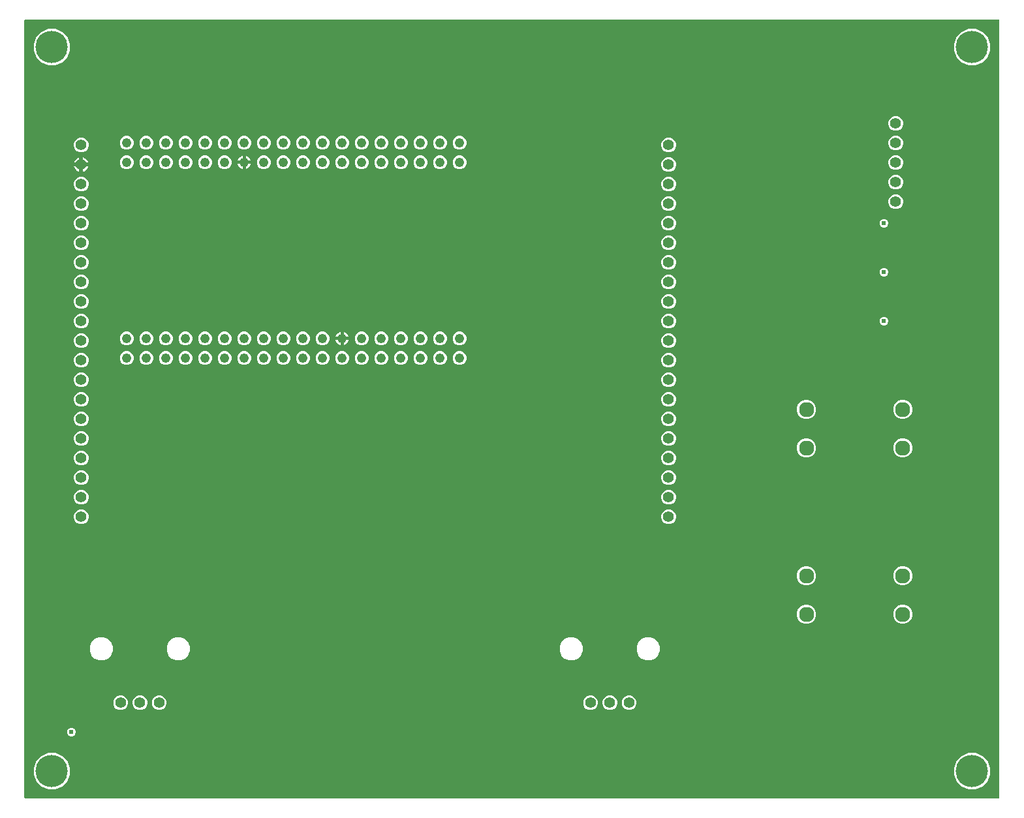
<source format=gbr>
G04 EAGLE Gerber RS-274X export*
G75*
%MOMM*%
%FSLAX34Y34*%
%LPD*%
%INCopper Layer 15*%
%IPPOS*%
%AMOC8*
5,1,8,0,0,1.08239X$1,22.5*%
G01*
%ADD10C,1.244600*%
%ADD11C,1.960000*%
%ADD12C,1.400000*%
%ADD13C,4.191000*%
%ADD14C,0.609600*%

G36*
X1266308Y2556D02*
X1266308Y2556D01*
X1266427Y2563D01*
X1266465Y2576D01*
X1266506Y2581D01*
X1266616Y2624D01*
X1266729Y2661D01*
X1266764Y2683D01*
X1266801Y2698D01*
X1266897Y2767D01*
X1266998Y2831D01*
X1267026Y2861D01*
X1267059Y2884D01*
X1267135Y2976D01*
X1267216Y3063D01*
X1267236Y3098D01*
X1267261Y3129D01*
X1267312Y3237D01*
X1267370Y3341D01*
X1267380Y3381D01*
X1267397Y3417D01*
X1267419Y3534D01*
X1267449Y3649D01*
X1267453Y3709D01*
X1267457Y3729D01*
X1267455Y3750D01*
X1267459Y3810D01*
X1267459Y1012190D01*
X1267444Y1012308D01*
X1267437Y1012427D01*
X1267424Y1012465D01*
X1267419Y1012506D01*
X1267376Y1012616D01*
X1267339Y1012729D01*
X1267317Y1012764D01*
X1267302Y1012801D01*
X1267233Y1012897D01*
X1267169Y1012998D01*
X1267139Y1013026D01*
X1267116Y1013059D01*
X1267024Y1013135D01*
X1266937Y1013216D01*
X1266902Y1013236D01*
X1266871Y1013261D01*
X1266763Y1013312D01*
X1266659Y1013370D01*
X1266619Y1013380D01*
X1266583Y1013397D01*
X1266466Y1013419D01*
X1266351Y1013449D01*
X1266291Y1013453D01*
X1266271Y1013457D01*
X1266250Y1013455D01*
X1266190Y1013459D01*
X3810Y1013459D01*
X3692Y1013444D01*
X3573Y1013437D01*
X3535Y1013424D01*
X3494Y1013419D01*
X3384Y1013376D01*
X3271Y1013339D01*
X3236Y1013317D01*
X3199Y1013302D01*
X3103Y1013233D01*
X3002Y1013169D01*
X2974Y1013139D01*
X2941Y1013116D01*
X2865Y1013024D01*
X2784Y1012937D01*
X2764Y1012902D01*
X2739Y1012871D01*
X2688Y1012763D01*
X2630Y1012659D01*
X2620Y1012619D01*
X2603Y1012583D01*
X2581Y1012466D01*
X2551Y1012351D01*
X2547Y1012291D01*
X2543Y1012271D01*
X2545Y1012250D01*
X2541Y1012190D01*
X2541Y3810D01*
X2556Y3692D01*
X2563Y3573D01*
X2576Y3535D01*
X2581Y3494D01*
X2624Y3384D01*
X2661Y3271D01*
X2683Y3236D01*
X2698Y3199D01*
X2767Y3103D01*
X2831Y3002D01*
X2861Y2974D01*
X2884Y2941D01*
X2976Y2865D01*
X3063Y2784D01*
X3098Y2764D01*
X3129Y2739D01*
X3237Y2688D01*
X3341Y2630D01*
X3381Y2620D01*
X3417Y2603D01*
X3534Y2581D01*
X3649Y2551D01*
X3709Y2547D01*
X3729Y2543D01*
X3750Y2545D01*
X3810Y2541D01*
X1266190Y2541D01*
X1266308Y2556D01*
G37*
%LPC*%
G36*
X1227226Y954404D02*
X1227226Y954404D01*
X1218591Y957981D01*
X1211981Y964591D01*
X1208404Y973226D01*
X1208404Y982574D01*
X1211981Y991209D01*
X1218591Y997819D01*
X1227226Y1001396D01*
X1236574Y1001396D01*
X1245209Y997819D01*
X1251819Y991209D01*
X1255396Y982574D01*
X1255396Y973226D01*
X1251819Y964591D01*
X1245209Y957981D01*
X1236574Y954404D01*
X1227226Y954404D01*
G37*
%LPD*%
%LPC*%
G36*
X33426Y954404D02*
X33426Y954404D01*
X24791Y957981D01*
X18181Y964591D01*
X14604Y973226D01*
X14604Y982574D01*
X18181Y991209D01*
X24791Y997819D01*
X33426Y1001396D01*
X42774Y1001396D01*
X51409Y997819D01*
X58019Y991209D01*
X61596Y982574D01*
X61596Y973226D01*
X58019Y964591D01*
X51409Y957981D01*
X42774Y954404D01*
X33426Y954404D01*
G37*
%LPD*%
%LPC*%
G36*
X33426Y14604D02*
X33426Y14604D01*
X24791Y18181D01*
X18181Y24791D01*
X14604Y33426D01*
X14604Y42774D01*
X18181Y51409D01*
X24791Y58019D01*
X33426Y61596D01*
X42774Y61596D01*
X51409Y58019D01*
X58019Y51409D01*
X61596Y42774D01*
X61596Y33426D01*
X58019Y24791D01*
X51409Y18181D01*
X42774Y14604D01*
X33426Y14604D01*
G37*
%LPD*%
%LPC*%
G36*
X1227226Y14604D02*
X1227226Y14604D01*
X1218591Y18181D01*
X1211981Y24791D01*
X1208404Y33426D01*
X1208404Y42774D01*
X1211981Y51409D01*
X1218591Y58019D01*
X1227226Y61596D01*
X1236574Y61596D01*
X1245209Y58019D01*
X1251819Y51409D01*
X1255396Y42774D01*
X1255396Y33426D01*
X1251819Y24791D01*
X1245209Y18181D01*
X1236574Y14604D01*
X1227226Y14604D01*
G37*
%LPD*%
%LPC*%
G36*
X99408Y181959D02*
X99408Y181959D01*
X93880Y184249D01*
X89649Y188480D01*
X87359Y194008D01*
X87359Y199992D01*
X89649Y205520D01*
X93880Y209751D01*
X99408Y212041D01*
X105392Y212041D01*
X110920Y209751D01*
X115151Y205520D01*
X117441Y199992D01*
X117441Y194008D01*
X115151Y188480D01*
X110920Y184249D01*
X105392Y181959D01*
X99408Y181959D01*
G37*
%LPD*%
%LPC*%
G36*
X809008Y181959D02*
X809008Y181959D01*
X803480Y184249D01*
X799249Y188480D01*
X796959Y194008D01*
X796959Y199992D01*
X799249Y205520D01*
X803480Y209751D01*
X809008Y212041D01*
X814992Y212041D01*
X820520Y209751D01*
X824751Y205520D01*
X827041Y199992D01*
X827041Y194008D01*
X824751Y188480D01*
X820520Y184249D01*
X814992Y181959D01*
X809008Y181959D01*
G37*
%LPD*%
%LPC*%
G36*
X709008Y181959D02*
X709008Y181959D01*
X703480Y184249D01*
X699249Y188480D01*
X696959Y194008D01*
X696959Y199992D01*
X699249Y205520D01*
X703480Y209751D01*
X709008Y212041D01*
X714992Y212041D01*
X720520Y209751D01*
X724751Y205520D01*
X727041Y199992D01*
X727041Y194008D01*
X724751Y188480D01*
X720520Y184249D01*
X714992Y181959D01*
X709008Y181959D01*
G37*
%LPD*%
%LPC*%
G36*
X199408Y181959D02*
X199408Y181959D01*
X193880Y184249D01*
X189649Y188480D01*
X187359Y194008D01*
X187359Y199992D01*
X189649Y205520D01*
X193880Y209751D01*
X199408Y212041D01*
X205392Y212041D01*
X210920Y209751D01*
X215151Y205520D01*
X217441Y199992D01*
X217441Y194008D01*
X215151Y188480D01*
X210920Y184249D01*
X205392Y181959D01*
X199408Y181959D01*
G37*
%LPD*%
%LPC*%
G36*
X1139545Y495259D02*
X1139545Y495259D01*
X1135010Y497138D01*
X1131538Y500610D01*
X1129659Y505145D01*
X1129659Y510055D01*
X1131538Y514590D01*
X1135010Y518062D01*
X1139545Y519941D01*
X1144455Y519941D01*
X1148990Y518062D01*
X1152462Y514590D01*
X1154341Y510055D01*
X1154341Y505145D01*
X1152462Y500610D01*
X1148990Y497138D01*
X1144455Y495259D01*
X1139545Y495259D01*
G37*
%LPD*%
%LPC*%
G36*
X1014545Y495259D02*
X1014545Y495259D01*
X1010010Y497138D01*
X1006538Y500610D01*
X1004659Y505145D01*
X1004659Y510055D01*
X1006538Y514590D01*
X1010010Y518062D01*
X1014545Y519941D01*
X1019455Y519941D01*
X1023990Y518062D01*
X1027462Y514590D01*
X1029341Y510055D01*
X1029341Y505145D01*
X1027462Y500610D01*
X1023990Y497138D01*
X1019455Y495259D01*
X1014545Y495259D01*
G37*
%LPD*%
%LPC*%
G36*
X1139545Y445259D02*
X1139545Y445259D01*
X1135010Y447138D01*
X1131538Y450610D01*
X1129659Y455145D01*
X1129659Y460055D01*
X1131538Y464590D01*
X1135010Y468062D01*
X1139545Y469941D01*
X1144455Y469941D01*
X1148990Y468062D01*
X1152462Y464590D01*
X1154341Y460055D01*
X1154341Y455145D01*
X1152462Y450610D01*
X1148990Y447138D01*
X1144455Y445259D01*
X1139545Y445259D01*
G37*
%LPD*%
%LPC*%
G36*
X1014545Y445259D02*
X1014545Y445259D01*
X1010010Y447138D01*
X1006538Y450610D01*
X1004659Y455145D01*
X1004659Y460055D01*
X1006538Y464590D01*
X1010010Y468062D01*
X1014545Y469941D01*
X1019455Y469941D01*
X1023990Y468062D01*
X1027462Y464590D01*
X1029341Y460055D01*
X1029341Y455145D01*
X1027462Y450610D01*
X1023990Y447138D01*
X1019455Y445259D01*
X1014545Y445259D01*
G37*
%LPD*%
%LPC*%
G36*
X1139545Y279359D02*
X1139545Y279359D01*
X1135010Y281238D01*
X1131538Y284710D01*
X1129659Y289245D01*
X1129659Y294155D01*
X1131538Y298690D01*
X1135010Y302162D01*
X1139545Y304041D01*
X1144455Y304041D01*
X1148990Y302162D01*
X1152462Y298690D01*
X1154341Y294155D01*
X1154341Y289245D01*
X1152462Y284710D01*
X1148990Y281238D01*
X1144455Y279359D01*
X1139545Y279359D01*
G37*
%LPD*%
%LPC*%
G36*
X1014545Y279359D02*
X1014545Y279359D01*
X1010010Y281238D01*
X1006538Y284710D01*
X1004659Y289245D01*
X1004659Y294155D01*
X1006538Y298690D01*
X1010010Y302162D01*
X1014545Y304041D01*
X1019455Y304041D01*
X1023990Y302162D01*
X1027462Y298690D01*
X1029341Y294155D01*
X1029341Y289245D01*
X1027462Y284710D01*
X1023990Y281238D01*
X1019455Y279359D01*
X1014545Y279359D01*
G37*
%LPD*%
%LPC*%
G36*
X1139545Y229359D02*
X1139545Y229359D01*
X1135010Y231238D01*
X1131538Y234710D01*
X1129659Y239245D01*
X1129659Y244155D01*
X1131538Y248690D01*
X1135010Y252162D01*
X1139545Y254041D01*
X1144455Y254041D01*
X1148990Y252162D01*
X1152462Y248690D01*
X1154341Y244155D01*
X1154341Y239245D01*
X1152462Y234710D01*
X1148990Y231238D01*
X1144455Y229359D01*
X1139545Y229359D01*
G37*
%LPD*%
%LPC*%
G36*
X1014545Y229359D02*
X1014545Y229359D01*
X1010010Y231238D01*
X1006538Y234710D01*
X1004659Y239245D01*
X1004659Y244155D01*
X1006538Y248690D01*
X1010010Y252162D01*
X1014545Y254041D01*
X1019455Y254041D01*
X1023990Y252162D01*
X1027462Y248690D01*
X1029341Y244155D01*
X1029341Y239245D01*
X1027462Y234710D01*
X1023990Y231238D01*
X1019455Y229359D01*
X1014545Y229359D01*
G37*
%LPD*%
%LPC*%
G36*
X836302Y536559D02*
X836302Y536559D01*
X832796Y538012D01*
X830112Y540696D01*
X828659Y544202D01*
X828659Y547998D01*
X830112Y551504D01*
X832796Y554188D01*
X836302Y555641D01*
X840098Y555641D01*
X843604Y554188D01*
X846288Y551504D01*
X847741Y547998D01*
X847741Y544202D01*
X846288Y540696D01*
X843604Y538012D01*
X840098Y536559D01*
X836302Y536559D01*
G37*
%LPD*%
%LPC*%
G36*
X74302Y561959D02*
X74302Y561959D01*
X70796Y563412D01*
X68112Y566096D01*
X66659Y569602D01*
X66659Y573398D01*
X68112Y576904D01*
X70796Y579588D01*
X74302Y581041D01*
X78098Y581041D01*
X81604Y579588D01*
X84288Y576904D01*
X85741Y573398D01*
X85741Y569602D01*
X84288Y566096D01*
X81604Y563412D01*
X78098Y561959D01*
X74302Y561959D01*
G37*
%LPD*%
%LPC*%
G36*
X1130942Y793099D02*
X1130942Y793099D01*
X1127436Y794552D01*
X1124752Y797236D01*
X1123299Y800742D01*
X1123299Y804538D01*
X1124752Y808044D01*
X1127436Y810728D01*
X1130942Y812181D01*
X1134738Y812181D01*
X1138244Y810728D01*
X1140928Y808044D01*
X1142381Y804538D01*
X1142381Y800742D01*
X1140928Y797236D01*
X1138244Y794552D01*
X1134738Y793099D01*
X1130942Y793099D01*
G37*
%LPD*%
%LPC*%
G36*
X836302Y561959D02*
X836302Y561959D01*
X832796Y563412D01*
X830112Y566096D01*
X828659Y569602D01*
X828659Y573398D01*
X830112Y576904D01*
X832796Y579588D01*
X836302Y581041D01*
X840098Y581041D01*
X843604Y579588D01*
X846288Y576904D01*
X847741Y573398D01*
X847741Y569602D01*
X846288Y566096D01*
X843604Y563412D01*
X840098Y561959D01*
X836302Y561959D01*
G37*
%LPD*%
%LPC*%
G36*
X836302Y790559D02*
X836302Y790559D01*
X832796Y792012D01*
X830112Y794696D01*
X828659Y798202D01*
X828659Y801998D01*
X830112Y805504D01*
X832796Y808188D01*
X836302Y809641D01*
X840098Y809641D01*
X843604Y808188D01*
X846288Y805504D01*
X847741Y801998D01*
X847741Y798202D01*
X846288Y794696D01*
X843604Y792012D01*
X840098Y790559D01*
X836302Y790559D01*
G37*
%LPD*%
%LPC*%
G36*
X74302Y790559D02*
X74302Y790559D01*
X70796Y792012D01*
X68112Y794696D01*
X66659Y798202D01*
X66659Y801998D01*
X68112Y805504D01*
X70796Y808188D01*
X74302Y809641D01*
X78098Y809641D01*
X81604Y808188D01*
X84288Y805504D01*
X85741Y801998D01*
X85741Y798202D01*
X84288Y794696D01*
X81604Y792012D01*
X78098Y790559D01*
X74302Y790559D01*
G37*
%LPD*%
%LPC*%
G36*
X1130942Y767699D02*
X1130942Y767699D01*
X1127436Y769152D01*
X1124752Y771836D01*
X1123299Y775342D01*
X1123299Y779138D01*
X1124752Y782644D01*
X1127436Y785328D01*
X1130942Y786781D01*
X1134738Y786781D01*
X1138244Y785328D01*
X1140928Y782644D01*
X1142381Y779138D01*
X1142381Y775342D01*
X1140928Y771836D01*
X1138244Y769152D01*
X1134738Y767699D01*
X1130942Y767699D01*
G37*
%LPD*%
%LPC*%
G36*
X836302Y841359D02*
X836302Y841359D01*
X832796Y842812D01*
X830112Y845496D01*
X828659Y849002D01*
X828659Y852798D01*
X830112Y856304D01*
X832796Y858988D01*
X836302Y860441D01*
X840098Y860441D01*
X843604Y858988D01*
X846288Y856304D01*
X847741Y852798D01*
X847741Y849002D01*
X846288Y845496D01*
X843604Y842812D01*
X840098Y841359D01*
X836302Y841359D01*
G37*
%LPD*%
%LPC*%
G36*
X74302Y841359D02*
X74302Y841359D01*
X70796Y842812D01*
X68112Y845496D01*
X66659Y849002D01*
X66659Y852798D01*
X68112Y856304D01*
X70796Y858988D01*
X74302Y860441D01*
X78098Y860441D01*
X81604Y858988D01*
X84288Y856304D01*
X85741Y852798D01*
X85741Y849002D01*
X84288Y845496D01*
X81604Y842812D01*
X78098Y841359D01*
X74302Y841359D01*
G37*
%LPD*%
%LPC*%
G36*
X1130942Y818499D02*
X1130942Y818499D01*
X1127436Y819952D01*
X1124752Y822636D01*
X1123299Y826142D01*
X1123299Y829938D01*
X1124752Y833444D01*
X1127436Y836128D01*
X1130942Y837581D01*
X1134738Y837581D01*
X1138244Y836128D01*
X1140928Y833444D01*
X1142381Y829938D01*
X1142381Y826142D01*
X1140928Y822636D01*
X1138244Y819952D01*
X1134738Y818499D01*
X1130942Y818499D01*
G37*
%LPD*%
%LPC*%
G36*
X836302Y765159D02*
X836302Y765159D01*
X832796Y766612D01*
X830112Y769296D01*
X828659Y772802D01*
X828659Y776598D01*
X830112Y780104D01*
X832796Y782788D01*
X836302Y784241D01*
X840098Y784241D01*
X843604Y782788D01*
X846288Y780104D01*
X847741Y776598D01*
X847741Y772802D01*
X846288Y769296D01*
X843604Y766612D01*
X840098Y765159D01*
X836302Y765159D01*
G37*
%LPD*%
%LPC*%
G36*
X74302Y765159D02*
X74302Y765159D01*
X70796Y766612D01*
X68112Y769296D01*
X66659Y772802D01*
X66659Y776598D01*
X68112Y780104D01*
X70796Y782788D01*
X74302Y784241D01*
X78098Y784241D01*
X81604Y782788D01*
X84288Y780104D01*
X85741Y776598D01*
X85741Y772802D01*
X84288Y769296D01*
X81604Y766612D01*
X78098Y765159D01*
X74302Y765159D01*
G37*
%LPD*%
%LPC*%
G36*
X836302Y739759D02*
X836302Y739759D01*
X832796Y741212D01*
X830112Y743896D01*
X828659Y747402D01*
X828659Y751198D01*
X830112Y754704D01*
X832796Y757388D01*
X836302Y758841D01*
X840098Y758841D01*
X843604Y757388D01*
X846288Y754704D01*
X847741Y751198D01*
X847741Y747402D01*
X846288Y743896D01*
X843604Y741212D01*
X840098Y739759D01*
X836302Y739759D01*
G37*
%LPD*%
%LPC*%
G36*
X74302Y739759D02*
X74302Y739759D01*
X70796Y741212D01*
X68112Y743896D01*
X66659Y747402D01*
X66659Y751198D01*
X68112Y754704D01*
X70796Y757388D01*
X74302Y758841D01*
X78098Y758841D01*
X81604Y757388D01*
X84288Y754704D01*
X85741Y751198D01*
X85741Y747402D01*
X84288Y743896D01*
X81604Y741212D01*
X78098Y739759D01*
X74302Y739759D01*
G37*
%LPD*%
%LPC*%
G36*
X836302Y714359D02*
X836302Y714359D01*
X832796Y715812D01*
X830112Y718496D01*
X828659Y722002D01*
X828659Y725798D01*
X830112Y729304D01*
X832796Y731988D01*
X836302Y733441D01*
X840098Y733441D01*
X843604Y731988D01*
X846288Y729304D01*
X847741Y725798D01*
X847741Y722002D01*
X846288Y718496D01*
X843604Y715812D01*
X840098Y714359D01*
X836302Y714359D01*
G37*
%LPD*%
%LPC*%
G36*
X74302Y714359D02*
X74302Y714359D01*
X70796Y715812D01*
X68112Y718496D01*
X66659Y722002D01*
X66659Y725798D01*
X68112Y729304D01*
X70796Y731988D01*
X74302Y733441D01*
X78098Y733441D01*
X81604Y731988D01*
X84288Y729304D01*
X85741Y725798D01*
X85741Y722002D01*
X84288Y718496D01*
X81604Y715812D01*
X78098Y714359D01*
X74302Y714359D01*
G37*
%LPD*%
%LPC*%
G36*
X836302Y688959D02*
X836302Y688959D01*
X832796Y690412D01*
X830112Y693096D01*
X828659Y696602D01*
X828659Y700398D01*
X830112Y703904D01*
X832796Y706588D01*
X836302Y708041D01*
X840098Y708041D01*
X843604Y706588D01*
X846288Y703904D01*
X847741Y700398D01*
X847741Y696602D01*
X846288Y693096D01*
X843604Y690412D01*
X840098Y688959D01*
X836302Y688959D01*
G37*
%LPD*%
%LPC*%
G36*
X74302Y688959D02*
X74302Y688959D01*
X70796Y690412D01*
X68112Y693096D01*
X66659Y696602D01*
X66659Y700398D01*
X68112Y703904D01*
X70796Y706588D01*
X74302Y708041D01*
X78098Y708041D01*
X81604Y706588D01*
X84288Y703904D01*
X85741Y700398D01*
X85741Y696602D01*
X84288Y693096D01*
X81604Y690412D01*
X78098Y688959D01*
X74302Y688959D01*
G37*
%LPD*%
%LPC*%
G36*
X74302Y587359D02*
X74302Y587359D01*
X70796Y588812D01*
X68112Y591496D01*
X66659Y595002D01*
X66659Y598798D01*
X68112Y602304D01*
X70796Y604988D01*
X74302Y606441D01*
X78098Y606441D01*
X81604Y604988D01*
X84288Y602304D01*
X85741Y598798D01*
X85741Y595002D01*
X84288Y591496D01*
X81604Y588812D01*
X78098Y587359D01*
X74302Y587359D01*
G37*
%LPD*%
%LPC*%
G36*
X836302Y663559D02*
X836302Y663559D01*
X832796Y665012D01*
X830112Y667696D01*
X828659Y671202D01*
X828659Y674998D01*
X830112Y678504D01*
X832796Y681188D01*
X836302Y682641D01*
X840098Y682641D01*
X843604Y681188D01*
X846288Y678504D01*
X847741Y674998D01*
X847741Y671202D01*
X846288Y667696D01*
X843604Y665012D01*
X840098Y663559D01*
X836302Y663559D01*
G37*
%LPD*%
%LPC*%
G36*
X74302Y663559D02*
X74302Y663559D01*
X70796Y665012D01*
X68112Y667696D01*
X66659Y671202D01*
X66659Y674998D01*
X68112Y678504D01*
X70796Y681188D01*
X74302Y682641D01*
X78098Y682641D01*
X81604Y681188D01*
X84288Y678504D01*
X85741Y674998D01*
X85741Y671202D01*
X84288Y667696D01*
X81604Y665012D01*
X78098Y663559D01*
X74302Y663559D01*
G37*
%LPD*%
%LPC*%
G36*
X836302Y638159D02*
X836302Y638159D01*
X832796Y639612D01*
X830112Y642296D01*
X828659Y645802D01*
X828659Y649598D01*
X830112Y653104D01*
X832796Y655788D01*
X836302Y657241D01*
X840098Y657241D01*
X843604Y655788D01*
X846288Y653104D01*
X847741Y649598D01*
X847741Y645802D01*
X846288Y642296D01*
X843604Y639612D01*
X840098Y638159D01*
X836302Y638159D01*
G37*
%LPD*%
%LPC*%
G36*
X74302Y485759D02*
X74302Y485759D01*
X70796Y487212D01*
X68112Y489896D01*
X66659Y493402D01*
X66659Y497198D01*
X68112Y500704D01*
X70796Y503388D01*
X74302Y504841D01*
X78098Y504841D01*
X81604Y503388D01*
X84288Y500704D01*
X85741Y497198D01*
X85741Y493402D01*
X84288Y489896D01*
X81604Y487212D01*
X78098Y485759D01*
X74302Y485759D01*
G37*
%LPD*%
%LPC*%
G36*
X836302Y460359D02*
X836302Y460359D01*
X832796Y461812D01*
X830112Y464496D01*
X828659Y468002D01*
X828659Y471798D01*
X830112Y475304D01*
X832796Y477988D01*
X836302Y479441D01*
X840098Y479441D01*
X843604Y477988D01*
X846288Y475304D01*
X847741Y471798D01*
X847741Y468002D01*
X846288Y464496D01*
X843604Y461812D01*
X840098Y460359D01*
X836302Y460359D01*
G37*
%LPD*%
%LPC*%
G36*
X74302Y460359D02*
X74302Y460359D01*
X70796Y461812D01*
X68112Y464496D01*
X66659Y468002D01*
X66659Y471798D01*
X68112Y475304D01*
X70796Y477988D01*
X74302Y479441D01*
X78098Y479441D01*
X81604Y477988D01*
X84288Y475304D01*
X85741Y471798D01*
X85741Y468002D01*
X84288Y464496D01*
X81604Y461812D01*
X78098Y460359D01*
X74302Y460359D01*
G37*
%LPD*%
%LPC*%
G36*
X1130942Y869299D02*
X1130942Y869299D01*
X1127436Y870752D01*
X1124752Y873436D01*
X1123299Y876942D01*
X1123299Y880738D01*
X1124752Y884244D01*
X1127436Y886928D01*
X1130942Y888381D01*
X1134738Y888381D01*
X1138244Y886928D01*
X1140928Y884244D01*
X1142381Y880738D01*
X1142381Y876942D01*
X1140928Y873436D01*
X1138244Y870752D01*
X1134738Y869299D01*
X1130942Y869299D01*
G37*
%LPD*%
%LPC*%
G36*
X1130942Y843899D02*
X1130942Y843899D01*
X1127436Y845352D01*
X1124752Y848036D01*
X1123299Y851542D01*
X1123299Y855338D01*
X1124752Y858844D01*
X1127436Y861528D01*
X1130942Y862981D01*
X1134738Y862981D01*
X1138244Y861528D01*
X1140928Y858844D01*
X1142381Y855338D01*
X1142381Y851542D01*
X1140928Y848036D01*
X1138244Y845352D01*
X1134738Y843899D01*
X1130942Y843899D01*
G37*
%LPD*%
%LPC*%
G36*
X836302Y434959D02*
X836302Y434959D01*
X832796Y436412D01*
X830112Y439096D01*
X828659Y442602D01*
X828659Y446398D01*
X830112Y449904D01*
X832796Y452588D01*
X836302Y454041D01*
X840098Y454041D01*
X843604Y452588D01*
X846288Y449904D01*
X847741Y446398D01*
X847741Y442602D01*
X846288Y439096D01*
X843604Y436412D01*
X840098Y434959D01*
X836302Y434959D01*
G37*
%LPD*%
%LPC*%
G36*
X74302Y434959D02*
X74302Y434959D01*
X70796Y436412D01*
X68112Y439096D01*
X66659Y442602D01*
X66659Y446398D01*
X68112Y449904D01*
X70796Y452588D01*
X74302Y454041D01*
X78098Y454041D01*
X81604Y452588D01*
X84288Y449904D01*
X85741Y446398D01*
X85741Y442602D01*
X84288Y439096D01*
X81604Y436412D01*
X78098Y434959D01*
X74302Y434959D01*
G37*
%LPD*%
%LPC*%
G36*
X836302Y409559D02*
X836302Y409559D01*
X832796Y411012D01*
X830112Y413696D01*
X828659Y417202D01*
X828659Y420998D01*
X830112Y424504D01*
X832796Y427188D01*
X836302Y428641D01*
X840098Y428641D01*
X843604Y427188D01*
X846288Y424504D01*
X847741Y420998D01*
X847741Y417202D01*
X846288Y413696D01*
X843604Y411012D01*
X840098Y409559D01*
X836302Y409559D01*
G37*
%LPD*%
%LPC*%
G36*
X74302Y409559D02*
X74302Y409559D01*
X70796Y411012D01*
X68112Y413696D01*
X66659Y417202D01*
X66659Y420998D01*
X68112Y424504D01*
X70796Y427188D01*
X74302Y428641D01*
X78098Y428641D01*
X81604Y427188D01*
X84288Y424504D01*
X85741Y420998D01*
X85741Y417202D01*
X84288Y413696D01*
X81604Y411012D01*
X78098Y409559D01*
X74302Y409559D01*
G37*
%LPD*%
%LPC*%
G36*
X836302Y384159D02*
X836302Y384159D01*
X832796Y385612D01*
X830112Y388296D01*
X828659Y391802D01*
X828659Y395598D01*
X830112Y399104D01*
X832796Y401788D01*
X836302Y403241D01*
X840098Y403241D01*
X843604Y401788D01*
X846288Y399104D01*
X847741Y395598D01*
X847741Y391802D01*
X846288Y388296D01*
X843604Y385612D01*
X840098Y384159D01*
X836302Y384159D01*
G37*
%LPD*%
%LPC*%
G36*
X836302Y358759D02*
X836302Y358759D01*
X832796Y360212D01*
X830112Y362896D01*
X828659Y366402D01*
X828659Y370198D01*
X830112Y373704D01*
X832796Y376388D01*
X836302Y377841D01*
X840098Y377841D01*
X843604Y376388D01*
X846288Y373704D01*
X847741Y370198D01*
X847741Y366402D01*
X846288Y362896D01*
X843604Y360212D01*
X840098Y358759D01*
X836302Y358759D01*
G37*
%LPD*%
%LPC*%
G36*
X74302Y638159D02*
X74302Y638159D01*
X70796Y639612D01*
X68112Y642296D01*
X66659Y645802D01*
X66659Y649598D01*
X68112Y653104D01*
X70796Y655788D01*
X74302Y657241D01*
X78098Y657241D01*
X81604Y655788D01*
X84288Y653104D01*
X85741Y649598D01*
X85741Y645802D01*
X84288Y642296D01*
X81604Y639612D01*
X78098Y638159D01*
X74302Y638159D01*
G37*
%LPD*%
%LPC*%
G36*
X836302Y612759D02*
X836302Y612759D01*
X832796Y614212D01*
X830112Y616896D01*
X828659Y620402D01*
X828659Y624198D01*
X830112Y627704D01*
X832796Y630388D01*
X836302Y631841D01*
X840098Y631841D01*
X843604Y630388D01*
X846288Y627704D01*
X847741Y624198D01*
X847741Y620402D01*
X846288Y616896D01*
X843604Y614212D01*
X840098Y612759D01*
X836302Y612759D01*
G37*
%LPD*%
%LPC*%
G36*
X74302Y612759D02*
X74302Y612759D01*
X70796Y614212D01*
X68112Y616896D01*
X66659Y620402D01*
X66659Y624198D01*
X68112Y627704D01*
X70796Y630388D01*
X74302Y631841D01*
X78098Y631841D01*
X81604Y630388D01*
X84288Y627704D01*
X85741Y624198D01*
X85741Y620402D01*
X84288Y616896D01*
X81604Y614212D01*
X78098Y612759D01*
X74302Y612759D01*
G37*
%LPD*%
%LPC*%
G36*
X836302Y587359D02*
X836302Y587359D01*
X832796Y588812D01*
X830112Y591496D01*
X828659Y595002D01*
X828659Y598798D01*
X830112Y602304D01*
X832796Y604988D01*
X836302Y606441D01*
X840098Y606441D01*
X843604Y604988D01*
X846288Y602304D01*
X847741Y598798D01*
X847741Y595002D01*
X846288Y591496D01*
X843604Y588812D01*
X840098Y587359D01*
X836302Y587359D01*
G37*
%LPD*%
%LPC*%
G36*
X836302Y485759D02*
X836302Y485759D01*
X832796Y487212D01*
X830112Y489896D01*
X828659Y493402D01*
X828659Y497198D01*
X830112Y500704D01*
X832796Y503388D01*
X836302Y504841D01*
X840098Y504841D01*
X843604Y503388D01*
X846288Y500704D01*
X847741Y497198D01*
X847741Y493402D01*
X846288Y489896D01*
X843604Y487212D01*
X840098Y485759D01*
X836302Y485759D01*
G37*
%LPD*%
%LPC*%
G36*
X836302Y815959D02*
X836302Y815959D01*
X832796Y817412D01*
X830112Y820096D01*
X828659Y823602D01*
X828659Y827398D01*
X830112Y830904D01*
X832796Y833588D01*
X836302Y835041D01*
X840098Y835041D01*
X843604Y833588D01*
X846288Y830904D01*
X847741Y827398D01*
X847741Y823602D01*
X846288Y820096D01*
X843604Y817412D01*
X840098Y815959D01*
X836302Y815959D01*
G37*
%LPD*%
%LPC*%
G36*
X74302Y511159D02*
X74302Y511159D01*
X70796Y512612D01*
X68112Y515296D01*
X66659Y518802D01*
X66659Y522598D01*
X68112Y526104D01*
X70796Y528788D01*
X74302Y530241D01*
X78098Y530241D01*
X81604Y528788D01*
X84288Y526104D01*
X85741Y522598D01*
X85741Y518802D01*
X84288Y515296D01*
X81604Y512612D01*
X78098Y511159D01*
X74302Y511159D01*
G37*
%LPD*%
%LPC*%
G36*
X836302Y511159D02*
X836302Y511159D01*
X832796Y512612D01*
X830112Y515296D01*
X828659Y518802D01*
X828659Y522598D01*
X830112Y526104D01*
X832796Y528788D01*
X836302Y530241D01*
X840098Y530241D01*
X843604Y528788D01*
X846288Y526104D01*
X847741Y522598D01*
X847741Y518802D01*
X846288Y515296D01*
X843604Y512612D01*
X840098Y511159D01*
X836302Y511159D01*
G37*
%LPD*%
%LPC*%
G36*
X74302Y358759D02*
X74302Y358759D01*
X70796Y360212D01*
X68112Y362896D01*
X66659Y366402D01*
X66659Y370198D01*
X68112Y373704D01*
X70796Y376388D01*
X74302Y377841D01*
X78098Y377841D01*
X81604Y376388D01*
X84288Y373704D01*
X85741Y370198D01*
X85741Y366402D01*
X84288Y362896D01*
X81604Y360212D01*
X78098Y358759D01*
X74302Y358759D01*
G37*
%LPD*%
%LPC*%
G36*
X785102Y117459D02*
X785102Y117459D01*
X781596Y118912D01*
X778912Y121596D01*
X777459Y125102D01*
X777459Y128898D01*
X778912Y132404D01*
X781596Y135088D01*
X785102Y136541D01*
X788898Y136541D01*
X792404Y135088D01*
X795088Y132404D01*
X796541Y128898D01*
X796541Y125102D01*
X795088Y121596D01*
X792404Y118912D01*
X788898Y117459D01*
X785102Y117459D01*
G37*
%LPD*%
%LPC*%
G36*
X760102Y117459D02*
X760102Y117459D01*
X756596Y118912D01*
X753912Y121596D01*
X752459Y125102D01*
X752459Y128898D01*
X753912Y132404D01*
X756596Y135088D01*
X760102Y136541D01*
X763898Y136541D01*
X767404Y135088D01*
X770088Y132404D01*
X771541Y128898D01*
X771541Y125102D01*
X770088Y121596D01*
X767404Y118912D01*
X763898Y117459D01*
X760102Y117459D01*
G37*
%LPD*%
%LPC*%
G36*
X735102Y117459D02*
X735102Y117459D01*
X731596Y118912D01*
X728912Y121596D01*
X727459Y125102D01*
X727459Y128898D01*
X728912Y132404D01*
X731596Y135088D01*
X735102Y136541D01*
X738898Y136541D01*
X742404Y135088D01*
X745088Y132404D01*
X746541Y128898D01*
X746541Y125102D01*
X745088Y121596D01*
X742404Y118912D01*
X738898Y117459D01*
X735102Y117459D01*
G37*
%LPD*%
%LPC*%
G36*
X175502Y117459D02*
X175502Y117459D01*
X171996Y118912D01*
X169312Y121596D01*
X167859Y125102D01*
X167859Y128898D01*
X169312Y132404D01*
X171996Y135088D01*
X175502Y136541D01*
X179298Y136541D01*
X182804Y135088D01*
X185488Y132404D01*
X186941Y128898D01*
X186941Y125102D01*
X185488Y121596D01*
X182804Y118912D01*
X179298Y117459D01*
X175502Y117459D01*
G37*
%LPD*%
%LPC*%
G36*
X150502Y117459D02*
X150502Y117459D01*
X146996Y118912D01*
X144312Y121596D01*
X142859Y125102D01*
X142859Y128898D01*
X144312Y132404D01*
X146996Y135088D01*
X150502Y136541D01*
X154298Y136541D01*
X157804Y135088D01*
X160488Y132404D01*
X161941Y128898D01*
X161941Y125102D01*
X160488Y121596D01*
X157804Y118912D01*
X154298Y117459D01*
X150502Y117459D01*
G37*
%LPD*%
%LPC*%
G36*
X125502Y117459D02*
X125502Y117459D01*
X121996Y118912D01*
X119312Y121596D01*
X117859Y125102D01*
X117859Y128898D01*
X119312Y132404D01*
X121996Y135088D01*
X125502Y136541D01*
X129298Y136541D01*
X132804Y135088D01*
X135488Y132404D01*
X136941Y128898D01*
X136941Y125102D01*
X135488Y121596D01*
X132804Y118912D01*
X129298Y117459D01*
X125502Y117459D01*
G37*
%LPD*%
%LPC*%
G36*
X74302Y536559D02*
X74302Y536559D01*
X70796Y538012D01*
X68112Y540696D01*
X66659Y544202D01*
X66659Y547998D01*
X68112Y551504D01*
X70796Y554188D01*
X74302Y555641D01*
X78098Y555641D01*
X81604Y554188D01*
X84288Y551504D01*
X85741Y547998D01*
X85741Y544202D01*
X84288Y540696D01*
X81604Y538012D01*
X78098Y536559D01*
X74302Y536559D01*
G37*
%LPD*%
%LPC*%
G36*
X74302Y384159D02*
X74302Y384159D01*
X70796Y385612D01*
X68112Y388296D01*
X66659Y391802D01*
X66659Y395598D01*
X68112Y399104D01*
X70796Y401788D01*
X74302Y403241D01*
X78098Y403241D01*
X81604Y401788D01*
X84288Y399104D01*
X85741Y395598D01*
X85741Y391802D01*
X84288Y388296D01*
X81604Y385612D01*
X78098Y384159D01*
X74302Y384159D01*
G37*
%LPD*%
%LPC*%
G36*
X336757Y819536D02*
X336757Y819536D01*
X333536Y820870D01*
X331070Y823336D01*
X329736Y826557D01*
X329736Y830043D01*
X331070Y833264D01*
X333536Y835730D01*
X336757Y837064D01*
X340243Y837064D01*
X343464Y835730D01*
X345930Y833264D01*
X347264Y830043D01*
X347264Y826557D01*
X345930Y823336D01*
X343464Y820870D01*
X340243Y819536D01*
X336757Y819536D01*
G37*
%LPD*%
%LPC*%
G36*
X311357Y819536D02*
X311357Y819536D01*
X308136Y820870D01*
X305670Y823336D01*
X304336Y826557D01*
X304336Y830043D01*
X305670Y833264D01*
X308136Y835730D01*
X311357Y837064D01*
X314843Y837064D01*
X318064Y835730D01*
X320530Y833264D01*
X321864Y830043D01*
X321864Y826557D01*
X320530Y823336D01*
X318064Y820870D01*
X314843Y819536D01*
X311357Y819536D01*
G37*
%LPD*%
%LPC*%
G36*
X260557Y819536D02*
X260557Y819536D01*
X257336Y820870D01*
X254870Y823336D01*
X253536Y826557D01*
X253536Y830043D01*
X254870Y833264D01*
X257336Y835730D01*
X260557Y837064D01*
X264043Y837064D01*
X267264Y835730D01*
X269730Y833264D01*
X271064Y830043D01*
X271064Y826557D01*
X269730Y823336D01*
X267264Y820870D01*
X264043Y819536D01*
X260557Y819536D01*
G37*
%LPD*%
%LPC*%
G36*
X235157Y819536D02*
X235157Y819536D01*
X231936Y820870D01*
X229470Y823336D01*
X228136Y826557D01*
X228136Y830043D01*
X229470Y833264D01*
X231936Y835730D01*
X235157Y837064D01*
X238643Y837064D01*
X241864Y835730D01*
X244330Y833264D01*
X245664Y830043D01*
X245664Y826557D01*
X244330Y823336D01*
X241864Y820870D01*
X238643Y819536D01*
X235157Y819536D01*
G37*
%LPD*%
%LPC*%
G36*
X209757Y819536D02*
X209757Y819536D01*
X206536Y820870D01*
X204070Y823336D01*
X202736Y826557D01*
X202736Y830043D01*
X204070Y833264D01*
X206536Y835730D01*
X209757Y837064D01*
X213243Y837064D01*
X216464Y835730D01*
X218930Y833264D01*
X220264Y830043D01*
X220264Y826557D01*
X218930Y823336D01*
X216464Y820870D01*
X213243Y819536D01*
X209757Y819536D01*
G37*
%LPD*%
%LPC*%
G36*
X184357Y819536D02*
X184357Y819536D01*
X181136Y820870D01*
X178670Y823336D01*
X177336Y826557D01*
X177336Y830043D01*
X178670Y833264D01*
X181136Y835730D01*
X184357Y837064D01*
X187843Y837064D01*
X191064Y835730D01*
X193530Y833264D01*
X194864Y830043D01*
X194864Y826557D01*
X193530Y823336D01*
X191064Y820870D01*
X187843Y819536D01*
X184357Y819536D01*
G37*
%LPD*%
%LPC*%
G36*
X158957Y590936D02*
X158957Y590936D01*
X155736Y592270D01*
X153270Y594736D01*
X151936Y597957D01*
X151936Y601443D01*
X153270Y604664D01*
X155736Y607130D01*
X158957Y608464D01*
X162443Y608464D01*
X165664Y607130D01*
X168130Y604664D01*
X169464Y601443D01*
X169464Y597957D01*
X168130Y594736D01*
X165664Y592270D01*
X162443Y590936D01*
X158957Y590936D01*
G37*
%LPD*%
%LPC*%
G36*
X133557Y590936D02*
X133557Y590936D01*
X130336Y592270D01*
X127870Y594736D01*
X126536Y597957D01*
X126536Y601443D01*
X127870Y604664D01*
X130336Y607130D01*
X133557Y608464D01*
X137043Y608464D01*
X140264Y607130D01*
X142730Y604664D01*
X144064Y601443D01*
X144064Y597957D01*
X142730Y594736D01*
X140264Y592270D01*
X137043Y590936D01*
X133557Y590936D01*
G37*
%LPD*%
%LPC*%
G36*
X565357Y590936D02*
X565357Y590936D01*
X562136Y592270D01*
X559670Y594736D01*
X558336Y597957D01*
X558336Y601443D01*
X559670Y604664D01*
X562136Y607130D01*
X565357Y608464D01*
X568843Y608464D01*
X572064Y607130D01*
X574530Y604664D01*
X575864Y601443D01*
X575864Y597957D01*
X574530Y594736D01*
X572064Y592270D01*
X568843Y590936D01*
X565357Y590936D01*
G37*
%LPD*%
%LPC*%
G36*
X209757Y844936D02*
X209757Y844936D01*
X206536Y846270D01*
X204070Y848736D01*
X202736Y851957D01*
X202736Y855443D01*
X204070Y858664D01*
X206536Y861130D01*
X209757Y862464D01*
X213243Y862464D01*
X216464Y861130D01*
X218930Y858664D01*
X220264Y855443D01*
X220264Y851957D01*
X218930Y848736D01*
X216464Y846270D01*
X213243Y844936D01*
X209757Y844936D01*
G37*
%LPD*%
%LPC*%
G36*
X514557Y590936D02*
X514557Y590936D01*
X511336Y592270D01*
X508870Y594736D01*
X507536Y597957D01*
X507536Y601443D01*
X508870Y604664D01*
X511336Y607130D01*
X514557Y608464D01*
X518043Y608464D01*
X521264Y607130D01*
X523730Y604664D01*
X525064Y601443D01*
X525064Y597957D01*
X523730Y594736D01*
X521264Y592270D01*
X518043Y590936D01*
X514557Y590936D01*
G37*
%LPD*%
%LPC*%
G36*
X489157Y590936D02*
X489157Y590936D01*
X485936Y592270D01*
X483470Y594736D01*
X482136Y597957D01*
X482136Y601443D01*
X483470Y604664D01*
X485936Y607130D01*
X489157Y608464D01*
X492643Y608464D01*
X495864Y607130D01*
X498330Y604664D01*
X499664Y601443D01*
X499664Y597957D01*
X498330Y594736D01*
X495864Y592270D01*
X492643Y590936D01*
X489157Y590936D01*
G37*
%LPD*%
%LPC*%
G36*
X463757Y590936D02*
X463757Y590936D01*
X460536Y592270D01*
X458070Y594736D01*
X456736Y597957D01*
X456736Y601443D01*
X458070Y604664D01*
X460536Y607130D01*
X463757Y608464D01*
X467243Y608464D01*
X470464Y607130D01*
X472930Y604664D01*
X474264Y601443D01*
X474264Y597957D01*
X472930Y594736D01*
X470464Y592270D01*
X467243Y590936D01*
X463757Y590936D01*
G37*
%LPD*%
%LPC*%
G36*
X438357Y590936D02*
X438357Y590936D01*
X435136Y592270D01*
X432670Y594736D01*
X431336Y597957D01*
X431336Y601443D01*
X432670Y604664D01*
X435136Y607130D01*
X438357Y608464D01*
X441843Y608464D01*
X445064Y607130D01*
X447530Y604664D01*
X448864Y601443D01*
X448864Y597957D01*
X447530Y594736D01*
X445064Y592270D01*
X441843Y590936D01*
X438357Y590936D01*
G37*
%LPD*%
%LPC*%
G36*
X387557Y590936D02*
X387557Y590936D01*
X384336Y592270D01*
X381870Y594736D01*
X380536Y597957D01*
X380536Y601443D01*
X381870Y604664D01*
X384336Y607130D01*
X387557Y608464D01*
X391043Y608464D01*
X394264Y607130D01*
X396730Y604664D01*
X398064Y601443D01*
X398064Y597957D01*
X396730Y594736D01*
X394264Y592270D01*
X391043Y590936D01*
X387557Y590936D01*
G37*
%LPD*%
%LPC*%
G36*
X362157Y590936D02*
X362157Y590936D01*
X358936Y592270D01*
X356470Y594736D01*
X355136Y597957D01*
X355136Y601443D01*
X356470Y604664D01*
X358936Y607130D01*
X362157Y608464D01*
X365643Y608464D01*
X368864Y607130D01*
X371330Y604664D01*
X372664Y601443D01*
X372664Y597957D01*
X371330Y594736D01*
X368864Y592270D01*
X365643Y590936D01*
X362157Y590936D01*
G37*
%LPD*%
%LPC*%
G36*
X336757Y590936D02*
X336757Y590936D01*
X333536Y592270D01*
X331070Y594736D01*
X329736Y597957D01*
X329736Y601443D01*
X331070Y604664D01*
X333536Y607130D01*
X336757Y608464D01*
X340243Y608464D01*
X343464Y607130D01*
X345930Y604664D01*
X347264Y601443D01*
X347264Y597957D01*
X345930Y594736D01*
X343464Y592270D01*
X340243Y590936D01*
X336757Y590936D01*
G37*
%LPD*%
%LPC*%
G36*
X311357Y590936D02*
X311357Y590936D01*
X308136Y592270D01*
X305670Y594736D01*
X304336Y597957D01*
X304336Y601443D01*
X305670Y604664D01*
X308136Y607130D01*
X311357Y608464D01*
X314843Y608464D01*
X318064Y607130D01*
X320530Y604664D01*
X321864Y601443D01*
X321864Y597957D01*
X320530Y594736D01*
X318064Y592270D01*
X314843Y590936D01*
X311357Y590936D01*
G37*
%LPD*%
%LPC*%
G36*
X285957Y590936D02*
X285957Y590936D01*
X282736Y592270D01*
X280270Y594736D01*
X278936Y597957D01*
X278936Y601443D01*
X280270Y604664D01*
X282736Y607130D01*
X285957Y608464D01*
X289443Y608464D01*
X292664Y607130D01*
X295130Y604664D01*
X296464Y601443D01*
X296464Y597957D01*
X295130Y594736D01*
X292664Y592270D01*
X289443Y590936D01*
X285957Y590936D01*
G37*
%LPD*%
%LPC*%
G36*
X260557Y590936D02*
X260557Y590936D01*
X257336Y592270D01*
X254870Y594736D01*
X253536Y597957D01*
X253536Y601443D01*
X254870Y604664D01*
X257336Y607130D01*
X260557Y608464D01*
X264043Y608464D01*
X267264Y607130D01*
X269730Y604664D01*
X271064Y601443D01*
X271064Y597957D01*
X269730Y594736D01*
X267264Y592270D01*
X264043Y590936D01*
X260557Y590936D01*
G37*
%LPD*%
%LPC*%
G36*
X235157Y590936D02*
X235157Y590936D01*
X231936Y592270D01*
X229470Y594736D01*
X228136Y597957D01*
X228136Y601443D01*
X229470Y604664D01*
X231936Y607130D01*
X235157Y608464D01*
X238643Y608464D01*
X241864Y607130D01*
X244330Y604664D01*
X245664Y601443D01*
X245664Y597957D01*
X244330Y594736D01*
X241864Y592270D01*
X238643Y590936D01*
X235157Y590936D01*
G37*
%LPD*%
%LPC*%
G36*
X209757Y590936D02*
X209757Y590936D01*
X206536Y592270D01*
X204070Y594736D01*
X202736Y597957D01*
X202736Y601443D01*
X204070Y604664D01*
X206536Y607130D01*
X209757Y608464D01*
X213243Y608464D01*
X216464Y607130D01*
X218930Y604664D01*
X220264Y601443D01*
X220264Y597957D01*
X218930Y594736D01*
X216464Y592270D01*
X213243Y590936D01*
X209757Y590936D01*
G37*
%LPD*%
%LPC*%
G36*
X184357Y590936D02*
X184357Y590936D01*
X181136Y592270D01*
X178670Y594736D01*
X177336Y597957D01*
X177336Y601443D01*
X178670Y604664D01*
X181136Y607130D01*
X184357Y608464D01*
X187843Y608464D01*
X191064Y607130D01*
X193530Y604664D01*
X194864Y601443D01*
X194864Y597957D01*
X193530Y594736D01*
X191064Y592270D01*
X187843Y590936D01*
X184357Y590936D01*
G37*
%LPD*%
%LPC*%
G36*
X565357Y565536D02*
X565357Y565536D01*
X562136Y566870D01*
X559670Y569336D01*
X558336Y572557D01*
X558336Y576043D01*
X559670Y579264D01*
X562136Y581730D01*
X565357Y583064D01*
X568843Y583064D01*
X572064Y581730D01*
X574530Y579264D01*
X575864Y576043D01*
X575864Y572557D01*
X574530Y569336D01*
X572064Y566870D01*
X568843Y565536D01*
X565357Y565536D01*
G37*
%LPD*%
%LPC*%
G36*
X539957Y565536D02*
X539957Y565536D01*
X536736Y566870D01*
X534270Y569336D01*
X532936Y572557D01*
X532936Y576043D01*
X534270Y579264D01*
X536736Y581730D01*
X539957Y583064D01*
X543443Y583064D01*
X546664Y581730D01*
X549130Y579264D01*
X550464Y576043D01*
X550464Y572557D01*
X549130Y569336D01*
X546664Y566870D01*
X543443Y565536D01*
X539957Y565536D01*
G37*
%LPD*%
%LPC*%
G36*
X362157Y565536D02*
X362157Y565536D01*
X358936Y566870D01*
X356470Y569336D01*
X355136Y572557D01*
X355136Y576043D01*
X356470Y579264D01*
X358936Y581730D01*
X362157Y583064D01*
X365643Y583064D01*
X368864Y581730D01*
X371330Y579264D01*
X372664Y576043D01*
X372664Y572557D01*
X371330Y569336D01*
X368864Y566870D01*
X365643Y565536D01*
X362157Y565536D01*
G37*
%LPD*%
%LPC*%
G36*
X336757Y565536D02*
X336757Y565536D01*
X333536Y566870D01*
X331070Y569336D01*
X329736Y572557D01*
X329736Y576043D01*
X331070Y579264D01*
X333536Y581730D01*
X336757Y583064D01*
X340243Y583064D01*
X343464Y581730D01*
X345930Y579264D01*
X347264Y576043D01*
X347264Y572557D01*
X345930Y569336D01*
X343464Y566870D01*
X340243Y565536D01*
X336757Y565536D01*
G37*
%LPD*%
%LPC*%
G36*
X514557Y565536D02*
X514557Y565536D01*
X511336Y566870D01*
X508870Y569336D01*
X507536Y572557D01*
X507536Y576043D01*
X508870Y579264D01*
X511336Y581730D01*
X514557Y583064D01*
X518043Y583064D01*
X521264Y581730D01*
X523730Y579264D01*
X525064Y576043D01*
X525064Y572557D01*
X523730Y569336D01*
X521264Y566870D01*
X518043Y565536D01*
X514557Y565536D01*
G37*
%LPD*%
%LPC*%
G36*
X489157Y565536D02*
X489157Y565536D01*
X485936Y566870D01*
X483470Y569336D01*
X482136Y572557D01*
X482136Y576043D01*
X483470Y579264D01*
X485936Y581730D01*
X489157Y583064D01*
X492643Y583064D01*
X495864Y581730D01*
X498330Y579264D01*
X499664Y576043D01*
X499664Y572557D01*
X498330Y569336D01*
X495864Y566870D01*
X492643Y565536D01*
X489157Y565536D01*
G37*
%LPD*%
%LPC*%
G36*
X463757Y565536D02*
X463757Y565536D01*
X460536Y566870D01*
X458070Y569336D01*
X456736Y572557D01*
X456736Y576043D01*
X458070Y579264D01*
X460536Y581730D01*
X463757Y583064D01*
X467243Y583064D01*
X470464Y581730D01*
X472930Y579264D01*
X474264Y576043D01*
X474264Y572557D01*
X472930Y569336D01*
X470464Y566870D01*
X467243Y565536D01*
X463757Y565536D01*
G37*
%LPD*%
%LPC*%
G36*
X438357Y565536D02*
X438357Y565536D01*
X435136Y566870D01*
X432670Y569336D01*
X431336Y572557D01*
X431336Y576043D01*
X432670Y579264D01*
X435136Y581730D01*
X438357Y583064D01*
X441843Y583064D01*
X445064Y581730D01*
X447530Y579264D01*
X448864Y576043D01*
X448864Y572557D01*
X447530Y569336D01*
X445064Y566870D01*
X441843Y565536D01*
X438357Y565536D01*
G37*
%LPD*%
%LPC*%
G36*
X412957Y565536D02*
X412957Y565536D01*
X409736Y566870D01*
X407270Y569336D01*
X405936Y572557D01*
X405936Y576043D01*
X407270Y579264D01*
X409736Y581730D01*
X412957Y583064D01*
X416443Y583064D01*
X419664Y581730D01*
X422130Y579264D01*
X423464Y576043D01*
X423464Y572557D01*
X422130Y569336D01*
X419664Y566870D01*
X416443Y565536D01*
X412957Y565536D01*
G37*
%LPD*%
%LPC*%
G36*
X387557Y565536D02*
X387557Y565536D01*
X384336Y566870D01*
X381870Y569336D01*
X380536Y572557D01*
X380536Y576043D01*
X381870Y579264D01*
X384336Y581730D01*
X387557Y583064D01*
X391043Y583064D01*
X394264Y581730D01*
X396730Y579264D01*
X398064Y576043D01*
X398064Y572557D01*
X396730Y569336D01*
X394264Y566870D01*
X391043Y565536D01*
X387557Y565536D01*
G37*
%LPD*%
%LPC*%
G36*
X311357Y565536D02*
X311357Y565536D01*
X308136Y566870D01*
X305670Y569336D01*
X304336Y572557D01*
X304336Y576043D01*
X305670Y579264D01*
X308136Y581730D01*
X311357Y583064D01*
X314843Y583064D01*
X318064Y581730D01*
X320530Y579264D01*
X321864Y576043D01*
X321864Y572557D01*
X320530Y569336D01*
X318064Y566870D01*
X314843Y565536D01*
X311357Y565536D01*
G37*
%LPD*%
%LPC*%
G36*
X285957Y565536D02*
X285957Y565536D01*
X282736Y566870D01*
X280270Y569336D01*
X278936Y572557D01*
X278936Y576043D01*
X280270Y579264D01*
X282736Y581730D01*
X285957Y583064D01*
X289443Y583064D01*
X292664Y581730D01*
X295130Y579264D01*
X296464Y576043D01*
X296464Y572557D01*
X295130Y569336D01*
X292664Y566870D01*
X289443Y565536D01*
X285957Y565536D01*
G37*
%LPD*%
%LPC*%
G36*
X260557Y565536D02*
X260557Y565536D01*
X257336Y566870D01*
X254870Y569336D01*
X253536Y572557D01*
X253536Y576043D01*
X254870Y579264D01*
X257336Y581730D01*
X260557Y583064D01*
X264043Y583064D01*
X267264Y581730D01*
X269730Y579264D01*
X271064Y576043D01*
X271064Y572557D01*
X269730Y569336D01*
X267264Y566870D01*
X264043Y565536D01*
X260557Y565536D01*
G37*
%LPD*%
%LPC*%
G36*
X235157Y565536D02*
X235157Y565536D01*
X231936Y566870D01*
X229470Y569336D01*
X228136Y572557D01*
X228136Y576043D01*
X229470Y579264D01*
X231936Y581730D01*
X235157Y583064D01*
X238643Y583064D01*
X241864Y581730D01*
X244330Y579264D01*
X245664Y576043D01*
X245664Y572557D01*
X244330Y569336D01*
X241864Y566870D01*
X238643Y565536D01*
X235157Y565536D01*
G37*
%LPD*%
%LPC*%
G36*
X209757Y565536D02*
X209757Y565536D01*
X206536Y566870D01*
X204070Y569336D01*
X202736Y572557D01*
X202736Y576043D01*
X204070Y579264D01*
X206536Y581730D01*
X209757Y583064D01*
X213243Y583064D01*
X216464Y581730D01*
X218930Y579264D01*
X220264Y576043D01*
X220264Y572557D01*
X218930Y569336D01*
X216464Y566870D01*
X213243Y565536D01*
X209757Y565536D01*
G37*
%LPD*%
%LPC*%
G36*
X184357Y565536D02*
X184357Y565536D01*
X181136Y566870D01*
X178670Y569336D01*
X177336Y572557D01*
X177336Y576043D01*
X178670Y579264D01*
X181136Y581730D01*
X184357Y583064D01*
X187843Y583064D01*
X191064Y581730D01*
X193530Y579264D01*
X194864Y576043D01*
X194864Y572557D01*
X193530Y569336D01*
X191064Y566870D01*
X187843Y565536D01*
X184357Y565536D01*
G37*
%LPD*%
%LPC*%
G36*
X158957Y565536D02*
X158957Y565536D01*
X155736Y566870D01*
X153270Y569336D01*
X151936Y572557D01*
X151936Y576043D01*
X153270Y579264D01*
X155736Y581730D01*
X158957Y583064D01*
X162443Y583064D01*
X165664Y581730D01*
X168130Y579264D01*
X169464Y576043D01*
X169464Y572557D01*
X168130Y569336D01*
X165664Y566870D01*
X162443Y565536D01*
X158957Y565536D01*
G37*
%LPD*%
%LPC*%
G36*
X133557Y565536D02*
X133557Y565536D01*
X130336Y566870D01*
X127870Y569336D01*
X126536Y572557D01*
X126536Y576043D01*
X127870Y579264D01*
X130336Y581730D01*
X133557Y583064D01*
X137043Y583064D01*
X140264Y581730D01*
X142730Y579264D01*
X144064Y576043D01*
X144064Y572557D01*
X142730Y569336D01*
X140264Y566870D01*
X137043Y565536D01*
X133557Y565536D01*
G37*
%LPD*%
%LPC*%
G36*
X565357Y844936D02*
X565357Y844936D01*
X562136Y846270D01*
X559670Y848736D01*
X558336Y851957D01*
X558336Y855443D01*
X559670Y858664D01*
X562136Y861130D01*
X565357Y862464D01*
X568843Y862464D01*
X572064Y861130D01*
X574530Y858664D01*
X575864Y855443D01*
X575864Y851957D01*
X574530Y848736D01*
X572064Y846270D01*
X568843Y844936D01*
X565357Y844936D01*
G37*
%LPD*%
%LPC*%
G36*
X539957Y844936D02*
X539957Y844936D01*
X536736Y846270D01*
X534270Y848736D01*
X532936Y851957D01*
X532936Y855443D01*
X534270Y858664D01*
X536736Y861130D01*
X539957Y862464D01*
X543443Y862464D01*
X546664Y861130D01*
X549130Y858664D01*
X550464Y855443D01*
X550464Y851957D01*
X549130Y848736D01*
X546664Y846270D01*
X543443Y844936D01*
X539957Y844936D01*
G37*
%LPD*%
%LPC*%
G36*
X514557Y844936D02*
X514557Y844936D01*
X511336Y846270D01*
X508870Y848736D01*
X507536Y851957D01*
X507536Y855443D01*
X508870Y858664D01*
X511336Y861130D01*
X514557Y862464D01*
X518043Y862464D01*
X521264Y861130D01*
X523730Y858664D01*
X525064Y855443D01*
X525064Y851957D01*
X523730Y848736D01*
X521264Y846270D01*
X518043Y844936D01*
X514557Y844936D01*
G37*
%LPD*%
%LPC*%
G36*
X489157Y844936D02*
X489157Y844936D01*
X485936Y846270D01*
X483470Y848736D01*
X482136Y851957D01*
X482136Y855443D01*
X483470Y858664D01*
X485936Y861130D01*
X489157Y862464D01*
X492643Y862464D01*
X495864Y861130D01*
X498330Y858664D01*
X499664Y855443D01*
X499664Y851957D01*
X498330Y848736D01*
X495864Y846270D01*
X492643Y844936D01*
X489157Y844936D01*
G37*
%LPD*%
%LPC*%
G36*
X463757Y844936D02*
X463757Y844936D01*
X460536Y846270D01*
X458070Y848736D01*
X456736Y851957D01*
X456736Y855443D01*
X458070Y858664D01*
X460536Y861130D01*
X463757Y862464D01*
X467243Y862464D01*
X470464Y861130D01*
X472930Y858664D01*
X474264Y855443D01*
X474264Y851957D01*
X472930Y848736D01*
X470464Y846270D01*
X467243Y844936D01*
X463757Y844936D01*
G37*
%LPD*%
%LPC*%
G36*
X438357Y844936D02*
X438357Y844936D01*
X435136Y846270D01*
X432670Y848736D01*
X431336Y851957D01*
X431336Y855443D01*
X432670Y858664D01*
X435136Y861130D01*
X438357Y862464D01*
X441843Y862464D01*
X445064Y861130D01*
X447530Y858664D01*
X448864Y855443D01*
X448864Y851957D01*
X447530Y848736D01*
X445064Y846270D01*
X441843Y844936D01*
X438357Y844936D01*
G37*
%LPD*%
%LPC*%
G36*
X412957Y844936D02*
X412957Y844936D01*
X409736Y846270D01*
X407270Y848736D01*
X405936Y851957D01*
X405936Y855443D01*
X407270Y858664D01*
X409736Y861130D01*
X412957Y862464D01*
X416443Y862464D01*
X419664Y861130D01*
X422130Y858664D01*
X423464Y855443D01*
X423464Y851957D01*
X422130Y848736D01*
X419664Y846270D01*
X416443Y844936D01*
X412957Y844936D01*
G37*
%LPD*%
%LPC*%
G36*
X387557Y844936D02*
X387557Y844936D01*
X384336Y846270D01*
X381870Y848736D01*
X380536Y851957D01*
X380536Y855443D01*
X381870Y858664D01*
X384336Y861130D01*
X387557Y862464D01*
X391043Y862464D01*
X394264Y861130D01*
X396730Y858664D01*
X398064Y855443D01*
X398064Y851957D01*
X396730Y848736D01*
X394264Y846270D01*
X391043Y844936D01*
X387557Y844936D01*
G37*
%LPD*%
%LPC*%
G36*
X362157Y844936D02*
X362157Y844936D01*
X358936Y846270D01*
X356470Y848736D01*
X355136Y851957D01*
X355136Y855443D01*
X356470Y858664D01*
X358936Y861130D01*
X362157Y862464D01*
X365643Y862464D01*
X368864Y861130D01*
X371330Y858664D01*
X372664Y855443D01*
X372664Y851957D01*
X371330Y848736D01*
X368864Y846270D01*
X365643Y844936D01*
X362157Y844936D01*
G37*
%LPD*%
%LPC*%
G36*
X336757Y844936D02*
X336757Y844936D01*
X333536Y846270D01*
X331070Y848736D01*
X329736Y851957D01*
X329736Y855443D01*
X331070Y858664D01*
X333536Y861130D01*
X336757Y862464D01*
X340243Y862464D01*
X343464Y861130D01*
X345930Y858664D01*
X347264Y855443D01*
X347264Y851957D01*
X345930Y848736D01*
X343464Y846270D01*
X340243Y844936D01*
X336757Y844936D01*
G37*
%LPD*%
%LPC*%
G36*
X539957Y590936D02*
X539957Y590936D01*
X536736Y592270D01*
X534270Y594736D01*
X532936Y597957D01*
X532936Y601443D01*
X534270Y604664D01*
X536736Y607130D01*
X539957Y608464D01*
X543443Y608464D01*
X546664Y607130D01*
X549130Y604664D01*
X550464Y601443D01*
X550464Y597957D01*
X549130Y594736D01*
X546664Y592270D01*
X543443Y590936D01*
X539957Y590936D01*
G37*
%LPD*%
%LPC*%
G36*
X311357Y844936D02*
X311357Y844936D01*
X308136Y846270D01*
X305670Y848736D01*
X304336Y851957D01*
X304336Y855443D01*
X305670Y858664D01*
X308136Y861130D01*
X311357Y862464D01*
X314843Y862464D01*
X318064Y861130D01*
X320530Y858664D01*
X321864Y855443D01*
X321864Y851957D01*
X320530Y848736D01*
X318064Y846270D01*
X314843Y844936D01*
X311357Y844936D01*
G37*
%LPD*%
%LPC*%
G36*
X285957Y844936D02*
X285957Y844936D01*
X282736Y846270D01*
X280270Y848736D01*
X278936Y851957D01*
X278936Y855443D01*
X280270Y858664D01*
X282736Y861130D01*
X285957Y862464D01*
X289443Y862464D01*
X292664Y861130D01*
X295130Y858664D01*
X296464Y855443D01*
X296464Y851957D01*
X295130Y848736D01*
X292664Y846270D01*
X289443Y844936D01*
X285957Y844936D01*
G37*
%LPD*%
%LPC*%
G36*
X260557Y844936D02*
X260557Y844936D01*
X257336Y846270D01*
X254870Y848736D01*
X253536Y851957D01*
X253536Y855443D01*
X254870Y858664D01*
X257336Y861130D01*
X260557Y862464D01*
X264043Y862464D01*
X267264Y861130D01*
X269730Y858664D01*
X271064Y855443D01*
X271064Y851957D01*
X269730Y848736D01*
X267264Y846270D01*
X264043Y844936D01*
X260557Y844936D01*
G37*
%LPD*%
%LPC*%
G36*
X235157Y844936D02*
X235157Y844936D01*
X231936Y846270D01*
X229470Y848736D01*
X228136Y851957D01*
X228136Y855443D01*
X229470Y858664D01*
X231936Y861130D01*
X235157Y862464D01*
X238643Y862464D01*
X241864Y861130D01*
X244330Y858664D01*
X245664Y855443D01*
X245664Y851957D01*
X244330Y848736D01*
X241864Y846270D01*
X238643Y844936D01*
X235157Y844936D01*
G37*
%LPD*%
%LPC*%
G36*
X184357Y844936D02*
X184357Y844936D01*
X181136Y846270D01*
X178670Y848736D01*
X177336Y851957D01*
X177336Y855443D01*
X178670Y858664D01*
X181136Y861130D01*
X184357Y862464D01*
X187843Y862464D01*
X191064Y861130D01*
X193530Y858664D01*
X194864Y855443D01*
X194864Y851957D01*
X193530Y848736D01*
X191064Y846270D01*
X187843Y844936D01*
X184357Y844936D01*
G37*
%LPD*%
%LPC*%
G36*
X158957Y844936D02*
X158957Y844936D01*
X155736Y846270D01*
X153270Y848736D01*
X151936Y851957D01*
X151936Y855443D01*
X153270Y858664D01*
X155736Y861130D01*
X158957Y862464D01*
X162443Y862464D01*
X165664Y861130D01*
X168130Y858664D01*
X169464Y855443D01*
X169464Y851957D01*
X168130Y848736D01*
X165664Y846270D01*
X162443Y844936D01*
X158957Y844936D01*
G37*
%LPD*%
%LPC*%
G36*
X133557Y844936D02*
X133557Y844936D01*
X130336Y846270D01*
X127870Y848736D01*
X126536Y851957D01*
X126536Y855443D01*
X127870Y858664D01*
X130336Y861130D01*
X133557Y862464D01*
X137043Y862464D01*
X140264Y861130D01*
X142730Y858664D01*
X144064Y855443D01*
X144064Y851957D01*
X142730Y848736D01*
X140264Y846270D01*
X137043Y844936D01*
X133557Y844936D01*
G37*
%LPD*%
%LPC*%
G36*
X158957Y819536D02*
X158957Y819536D01*
X155736Y820870D01*
X153270Y823336D01*
X151936Y826557D01*
X151936Y830043D01*
X153270Y833264D01*
X155736Y835730D01*
X158957Y837064D01*
X162443Y837064D01*
X165664Y835730D01*
X168130Y833264D01*
X169464Y830043D01*
X169464Y826557D01*
X168130Y823336D01*
X165664Y820870D01*
X162443Y819536D01*
X158957Y819536D01*
G37*
%LPD*%
%LPC*%
G36*
X133557Y819536D02*
X133557Y819536D01*
X130336Y820870D01*
X127870Y823336D01*
X126536Y826557D01*
X126536Y830043D01*
X127870Y833264D01*
X130336Y835730D01*
X133557Y837064D01*
X137043Y837064D01*
X140264Y835730D01*
X142730Y833264D01*
X144064Y830043D01*
X144064Y826557D01*
X142730Y823336D01*
X140264Y820870D01*
X137043Y819536D01*
X133557Y819536D01*
G37*
%LPD*%
%LPC*%
G36*
X565357Y819536D02*
X565357Y819536D01*
X562136Y820870D01*
X559670Y823336D01*
X558336Y826557D01*
X558336Y830043D01*
X559670Y833264D01*
X562136Y835730D01*
X565357Y837064D01*
X568843Y837064D01*
X572064Y835730D01*
X574530Y833264D01*
X575864Y830043D01*
X575864Y826557D01*
X574530Y823336D01*
X572064Y820870D01*
X568843Y819536D01*
X565357Y819536D01*
G37*
%LPD*%
%LPC*%
G36*
X539957Y819536D02*
X539957Y819536D01*
X536736Y820870D01*
X534270Y823336D01*
X532936Y826557D01*
X532936Y830043D01*
X534270Y833264D01*
X536736Y835730D01*
X539957Y837064D01*
X543443Y837064D01*
X546664Y835730D01*
X549130Y833264D01*
X550464Y830043D01*
X550464Y826557D01*
X549130Y823336D01*
X546664Y820870D01*
X543443Y819536D01*
X539957Y819536D01*
G37*
%LPD*%
%LPC*%
G36*
X514557Y819536D02*
X514557Y819536D01*
X511336Y820870D01*
X508870Y823336D01*
X507536Y826557D01*
X507536Y830043D01*
X508870Y833264D01*
X511336Y835730D01*
X514557Y837064D01*
X518043Y837064D01*
X521264Y835730D01*
X523730Y833264D01*
X525064Y830043D01*
X525064Y826557D01*
X523730Y823336D01*
X521264Y820870D01*
X518043Y819536D01*
X514557Y819536D01*
G37*
%LPD*%
%LPC*%
G36*
X489157Y819536D02*
X489157Y819536D01*
X485936Y820870D01*
X483470Y823336D01*
X482136Y826557D01*
X482136Y830043D01*
X483470Y833264D01*
X485936Y835730D01*
X489157Y837064D01*
X492643Y837064D01*
X495864Y835730D01*
X498330Y833264D01*
X499664Y830043D01*
X499664Y826557D01*
X498330Y823336D01*
X495864Y820870D01*
X492643Y819536D01*
X489157Y819536D01*
G37*
%LPD*%
%LPC*%
G36*
X463757Y819536D02*
X463757Y819536D01*
X460536Y820870D01*
X458070Y823336D01*
X456736Y826557D01*
X456736Y830043D01*
X458070Y833264D01*
X460536Y835730D01*
X463757Y837064D01*
X467243Y837064D01*
X470464Y835730D01*
X472930Y833264D01*
X474264Y830043D01*
X474264Y826557D01*
X472930Y823336D01*
X470464Y820870D01*
X467243Y819536D01*
X463757Y819536D01*
G37*
%LPD*%
%LPC*%
G36*
X438357Y819536D02*
X438357Y819536D01*
X435136Y820870D01*
X432670Y823336D01*
X431336Y826557D01*
X431336Y830043D01*
X432670Y833264D01*
X435136Y835730D01*
X438357Y837064D01*
X441843Y837064D01*
X445064Y835730D01*
X447530Y833264D01*
X448864Y830043D01*
X448864Y826557D01*
X447530Y823336D01*
X445064Y820870D01*
X441843Y819536D01*
X438357Y819536D01*
G37*
%LPD*%
%LPC*%
G36*
X412957Y819536D02*
X412957Y819536D01*
X409736Y820870D01*
X407270Y823336D01*
X405936Y826557D01*
X405936Y830043D01*
X407270Y833264D01*
X409736Y835730D01*
X412957Y837064D01*
X416443Y837064D01*
X419664Y835730D01*
X422130Y833264D01*
X423464Y830043D01*
X423464Y826557D01*
X422130Y823336D01*
X419664Y820870D01*
X416443Y819536D01*
X412957Y819536D01*
G37*
%LPD*%
%LPC*%
G36*
X387557Y819536D02*
X387557Y819536D01*
X384336Y820870D01*
X381870Y823336D01*
X380536Y826557D01*
X380536Y830043D01*
X381870Y833264D01*
X384336Y835730D01*
X387557Y837064D01*
X391043Y837064D01*
X394264Y835730D01*
X396730Y833264D01*
X398064Y830043D01*
X398064Y826557D01*
X396730Y823336D01*
X394264Y820870D01*
X391043Y819536D01*
X387557Y819536D01*
G37*
%LPD*%
%LPC*%
G36*
X362157Y819536D02*
X362157Y819536D01*
X358936Y820870D01*
X356470Y823336D01*
X355136Y826557D01*
X355136Y830043D01*
X356470Y833264D01*
X358936Y835730D01*
X362157Y837064D01*
X365643Y837064D01*
X368864Y835730D01*
X371330Y833264D01*
X372664Y830043D01*
X372664Y826557D01*
X371330Y823336D01*
X368864Y820870D01*
X365643Y819536D01*
X362157Y819536D01*
G37*
%LPD*%
%LPC*%
G36*
X1116488Y616711D02*
X1116488Y616711D01*
X1114434Y617562D01*
X1112862Y619134D01*
X1112011Y621188D01*
X1112011Y623412D01*
X1112862Y625466D01*
X1114434Y627038D01*
X1116488Y627889D01*
X1118712Y627889D01*
X1120766Y627038D01*
X1122338Y625466D01*
X1123189Y623412D01*
X1123189Y621188D01*
X1122338Y619134D01*
X1120766Y617562D01*
X1118712Y616711D01*
X1116488Y616711D01*
G37*
%LPD*%
%LPC*%
G36*
X1116488Y680211D02*
X1116488Y680211D01*
X1114434Y681062D01*
X1112862Y682634D01*
X1112011Y684688D01*
X1112011Y686912D01*
X1112862Y688966D01*
X1114434Y690538D01*
X1116488Y691389D01*
X1118712Y691389D01*
X1120766Y690538D01*
X1122338Y688966D01*
X1123189Y686912D01*
X1123189Y684688D01*
X1122338Y682634D01*
X1120766Y681062D01*
X1118712Y680211D01*
X1116488Y680211D01*
G37*
%LPD*%
%LPC*%
G36*
X1116488Y743711D02*
X1116488Y743711D01*
X1114434Y744562D01*
X1112862Y746134D01*
X1112011Y748188D01*
X1112011Y750412D01*
X1112862Y752466D01*
X1114434Y754038D01*
X1116488Y754889D01*
X1118712Y754889D01*
X1120766Y754038D01*
X1122338Y752466D01*
X1123189Y750412D01*
X1123189Y748188D01*
X1122338Y746134D01*
X1120766Y744562D01*
X1118712Y743711D01*
X1116488Y743711D01*
G37*
%LPD*%
%LPC*%
G36*
X62388Y83311D02*
X62388Y83311D01*
X60334Y84162D01*
X58762Y85734D01*
X57911Y87788D01*
X57911Y90012D01*
X58762Y92066D01*
X60334Y93638D01*
X62388Y94489D01*
X64612Y94489D01*
X66666Y93638D01*
X68238Y92066D01*
X69089Y90012D01*
X69089Y87788D01*
X68238Y85734D01*
X66666Y84162D01*
X64612Y83311D01*
X62388Y83311D01*
G37*
%LPD*%
%LPC*%
G36*
X78699Y827999D02*
X78699Y827999D01*
X78699Y834720D01*
X79862Y834342D01*
X81201Y833660D01*
X82415Y832777D01*
X83477Y831715D01*
X84360Y830501D01*
X85042Y829162D01*
X85420Y827999D01*
X78699Y827999D01*
G37*
%LPD*%
%LPC*%
G36*
X78699Y823001D02*
X78699Y823001D01*
X85420Y823001D01*
X85042Y821838D01*
X84360Y820499D01*
X83477Y819285D01*
X82415Y818223D01*
X81201Y817340D01*
X79862Y816658D01*
X78699Y816280D01*
X78699Y823001D01*
G37*
%LPD*%
%LPC*%
G36*
X66980Y827999D02*
X66980Y827999D01*
X67358Y829162D01*
X68040Y830501D01*
X68923Y831715D01*
X69985Y832777D01*
X71199Y833660D01*
X72538Y834342D01*
X73701Y834720D01*
X73701Y827999D01*
X66980Y827999D01*
G37*
%LPD*%
%LPC*%
G36*
X72538Y816658D02*
X72538Y816658D01*
X71199Y817340D01*
X69985Y818223D01*
X68923Y819285D01*
X68040Y820499D01*
X67358Y821838D01*
X66980Y823001D01*
X73701Y823001D01*
X73701Y816280D01*
X72538Y816658D01*
G37*
%LPD*%
%LPC*%
G36*
X416922Y601922D02*
X416922Y601922D01*
X416922Y608193D01*
X417256Y608127D01*
X418851Y607466D01*
X420287Y606507D01*
X421507Y605287D01*
X422466Y603851D01*
X423127Y602256D01*
X423193Y601922D01*
X416922Y601922D01*
G37*
%LPD*%
%LPC*%
G36*
X289922Y830522D02*
X289922Y830522D01*
X289922Y836793D01*
X290256Y836727D01*
X291851Y836066D01*
X293287Y835107D01*
X294507Y833887D01*
X295466Y832451D01*
X296127Y830856D01*
X296193Y830522D01*
X289922Y830522D01*
G37*
%LPD*%
%LPC*%
G36*
X279207Y830522D02*
X279207Y830522D01*
X279273Y830856D01*
X279934Y832451D01*
X280893Y833887D01*
X282113Y835107D01*
X283549Y836066D01*
X285144Y836727D01*
X285478Y836793D01*
X285478Y830522D01*
X279207Y830522D01*
G37*
%LPD*%
%LPC*%
G36*
X406207Y601922D02*
X406207Y601922D01*
X406273Y602256D01*
X406934Y603851D01*
X407893Y605287D01*
X409113Y606507D01*
X410549Y607466D01*
X412144Y608127D01*
X412478Y608193D01*
X412478Y601922D01*
X406207Y601922D01*
G37*
%LPD*%
%LPC*%
G36*
X416922Y597478D02*
X416922Y597478D01*
X423193Y597478D01*
X423127Y597144D01*
X422466Y595549D01*
X421507Y594113D01*
X420287Y592893D01*
X418851Y591934D01*
X417256Y591273D01*
X416922Y591207D01*
X416922Y597478D01*
G37*
%LPD*%
%LPC*%
G36*
X289922Y826078D02*
X289922Y826078D01*
X296193Y826078D01*
X296127Y825744D01*
X295466Y824149D01*
X294507Y822713D01*
X293287Y821493D01*
X291851Y820534D01*
X290256Y819873D01*
X289922Y819807D01*
X289922Y826078D01*
G37*
%LPD*%
%LPC*%
G36*
X412144Y591273D02*
X412144Y591273D01*
X410549Y591934D01*
X409113Y592893D01*
X407893Y594113D01*
X406934Y595549D01*
X406273Y597144D01*
X406207Y597478D01*
X412478Y597478D01*
X412478Y591207D01*
X412144Y591273D01*
G37*
%LPD*%
%LPC*%
G36*
X285144Y819873D02*
X285144Y819873D01*
X283549Y820534D01*
X282113Y821493D01*
X280893Y822713D01*
X279934Y824149D01*
X279273Y825744D01*
X279207Y826078D01*
X285478Y826078D01*
X285478Y819807D01*
X285144Y819873D01*
G37*
%LPD*%
D10*
X135300Y853700D03*
X135300Y828300D03*
X160700Y853700D03*
X160700Y828300D03*
X186100Y853700D03*
X186100Y828300D03*
X211500Y853700D03*
X211500Y828300D03*
X236900Y853700D03*
X236900Y828300D03*
X262300Y853700D03*
X262300Y828300D03*
X287700Y853700D03*
X287700Y828300D03*
X313100Y853700D03*
X313100Y828300D03*
X338500Y853700D03*
X338500Y828300D03*
X363900Y853700D03*
X363900Y828300D03*
X389300Y853700D03*
X389300Y828300D03*
X414700Y853700D03*
X414700Y828300D03*
X440100Y853700D03*
X440100Y828300D03*
X465500Y853700D03*
X465500Y828300D03*
X490900Y853700D03*
X490900Y828300D03*
X516300Y853700D03*
X516300Y828300D03*
X541700Y853700D03*
X541700Y828300D03*
X567100Y853700D03*
X567100Y828300D03*
X135300Y599700D03*
X135300Y574300D03*
X160700Y599700D03*
X160700Y574300D03*
X186100Y599700D03*
X186100Y574300D03*
X211500Y599700D03*
X211500Y574300D03*
X236900Y599700D03*
X236900Y574300D03*
X262300Y599700D03*
X262300Y574300D03*
X287700Y599700D03*
X287700Y574300D03*
X313100Y599700D03*
X313100Y574300D03*
X338500Y599700D03*
X338500Y574300D03*
X363900Y599700D03*
X363900Y574300D03*
X389300Y599700D03*
X389300Y574300D03*
X414700Y599700D03*
X414700Y574300D03*
X440100Y599700D03*
X440100Y574300D03*
X465500Y599700D03*
X465500Y574300D03*
X490900Y599700D03*
X490900Y574300D03*
X516300Y599700D03*
X516300Y574300D03*
X541700Y599700D03*
X541700Y574300D03*
X567100Y599700D03*
X567100Y574300D03*
D11*
X1017000Y291700D03*
X1017000Y241700D03*
X1142000Y291700D03*
X1142000Y241700D03*
X1017000Y507600D03*
X1017000Y457600D03*
X1142000Y507600D03*
X1142000Y457600D03*
D12*
X737000Y127000D03*
X787000Y127000D03*
X762000Y127000D03*
X127400Y127000D03*
X177400Y127000D03*
X152400Y127000D03*
X838200Y368300D03*
X838200Y393700D03*
X838200Y419100D03*
X838200Y444500D03*
X838200Y469900D03*
X838200Y495300D03*
X838200Y520700D03*
X838200Y546100D03*
X838200Y571500D03*
X838200Y596900D03*
X838200Y622300D03*
X838200Y647700D03*
X838200Y673100D03*
X838200Y698500D03*
X838200Y723900D03*
X838200Y749300D03*
X838200Y774700D03*
X838200Y800100D03*
X838200Y825500D03*
X838200Y850900D03*
X76200Y368300D03*
X76200Y393700D03*
X76200Y419100D03*
X76200Y444500D03*
X76200Y469900D03*
X76200Y495300D03*
X76200Y520700D03*
X76200Y546100D03*
X76200Y571500D03*
X76200Y596900D03*
X76200Y622300D03*
X76200Y647700D03*
X76200Y673100D03*
X76200Y698500D03*
X76200Y723900D03*
X76200Y749300D03*
X76200Y774700D03*
X76200Y800100D03*
X76200Y825500D03*
X76200Y850900D03*
D13*
X38100Y38100D03*
X38100Y977900D03*
X1231900Y977900D03*
X1231900Y38100D03*
D12*
X1132840Y777240D03*
X1132840Y802640D03*
X1132840Y828040D03*
X1132840Y853440D03*
X1132840Y878840D03*
D14*
X1117600Y622300D03*
X1117600Y685800D03*
X1117600Y749300D03*
X63500Y88900D03*
X990600Y266700D03*
X990600Y482600D03*
M02*

</source>
